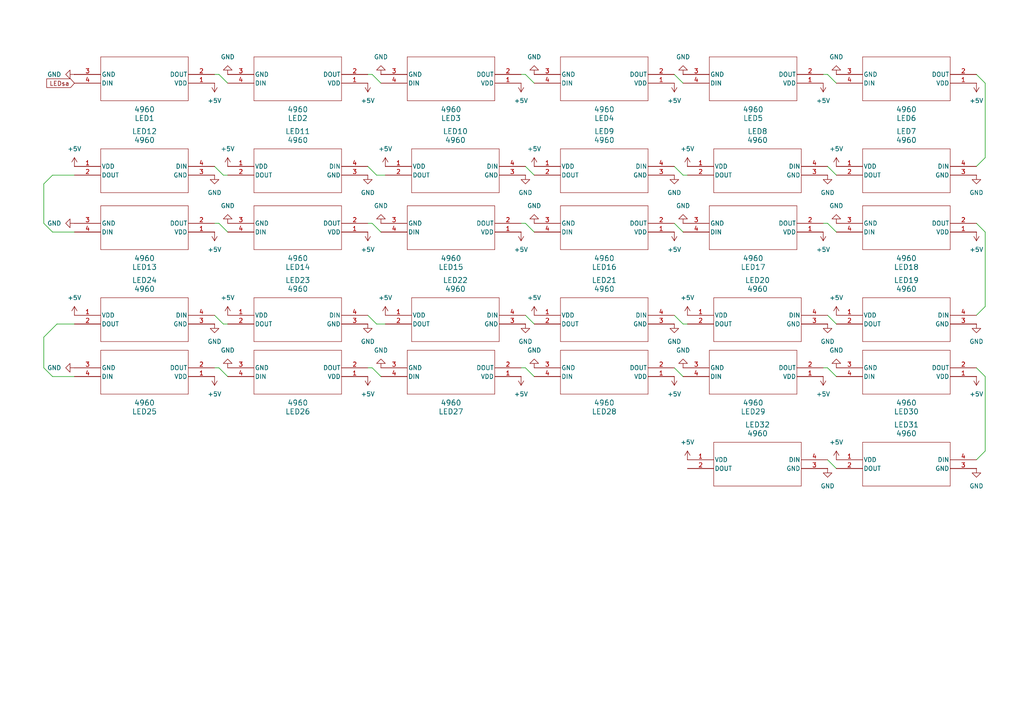
<source format=kicad_sch>
(kicad_sch (version 20250114) (generator "eeschema") (generator_version "9.0")
  (paper "A4")
  (lib_symbols
    (symbol "leds:4960" (pin_names (offset 0.254))
      (property "Reference" "LED" (at 20.32 10.16 0))
      (property "Value" "4960" (at 20.32 7.62 0))
      (symbol "4960_0_1"
        (polyline (pts (xy 7.62 5.08) (xy 7.62 -7.62)) (stroke (width 0.127)))
        (polyline (pts (xy 7.62 -7.62) (xy 33.02 -7.62)) (stroke (width 0.127)))
        (polyline (pts (xy 33.02 5.08) (xy 7.62 5.08)) (stroke (width 0.127)))
        (polyline (pts (xy 33.02 -7.62) (xy 33.02 5.08)) (stroke (width 0.127)))
        (pin power_in line (at 0 0 0) (length 7.62) (name "VDD") (number "1"))
        (pin output line (at 0 -2.54 0) (length 7.62) (name "DOUT") (number "2"))
        (pin input line (at 40.64 0 180) (length 7.62) (name "DIN") (number "4"))
        (pin power_out line (at 40.64 -2.54 180) (length 7.62) (name "GND") (number "3"))
      )
    )
    (symbol "power:+5V" (power) (pin_numbers (hide yes)) (pin_names (offset 0) (hide yes))
      (property "Value" "+5V" (at 0 3.556 0))
      (symbol "+5V_0_1"
        (polyline (pts (xy -0.762 1.27) (xy 0 2.54)))
        (polyline (pts (xy 0 2.54) (xy 0.762 1.27)))
        (polyline (pts (xy 0 0) (xy 0 2.54)))
      )
      (symbol "+5V_1_1"
        (pin power_in line (at 0 0 90) (length 0) (name "~") (number "1"))
      )
    )
    (symbol "power:GND" (power) (pin_numbers (hide yes)) (pin_names (offset 0) (hide yes))
      (property "Value" "GND" (at 0 -3.81 0))
      (symbol "GND_0_1"
        (polyline (pts (xy 0 0) (xy 0 -1.27) (xy 1.27 -1.27) (xy 0 -2.54) (xy -1.27 -1.27) (xy 0 -1.27)))
      )
      (symbol "GND_1_1"
        (pin power_in line (at 0 0 270) (length 0) (name "~") (number "1"))
      )
    )
  )
  (wire (pts (xy 15.24 50.8) (xy 12.7 53.34)))
  (wire (pts (xy 66.04 50.8) (xy 64.77 50.8)))
  (wire (pts (xy 195.58 64.77) (xy 198.12 67.31)))
  (wire (pts (xy 12.7 53.34) (xy 12.7 64.77)))
  (wire (pts (xy 63.5 64.77) (xy 66.04 67.31)))
  (wire (pts (xy 285.75 130.81) (xy 283.21 133.35)))
  (wire (pts (xy 12.7 106.68) (xy 15.24 109.22)))
  (wire (pts (xy 240.03 64.77) (xy 242.57 67.31)))
  (wire (pts (xy 285.75 109.22) (xy 285.75 130.81)))
  (wire (pts (xy 151.13 21.59) (xy 152.4 21.59)))
  (wire (pts (xy 238.76 64.77) (xy 240.03 64.77)))
  (wire (pts (xy 285.75 88.9) (xy 283.21 91.44)))
  (wire (pts (xy 152.4 64.77) (xy 154.94 67.31)))
  (wire (pts (xy 106.68 48.26) (xy 109.22 50.8)))
  (wire (pts (xy 242.57 50.8) (xy 240.03 48.26)))
  (wire (pts (xy 151.13 106.68) (xy 152.4 106.68)))
  (wire (pts (xy 64.77 50.8) (xy 62.23 48.26)))
  (wire (pts (xy 152.4 21.59) (xy 154.94 24.13)))
  (wire (pts (xy 66.04 93.98) (xy 64.77 93.98)))
  (wire (pts (xy 240.03 21.59) (xy 242.57 24.13)))
  (wire (pts (xy 285.75 24.13) (xy 285.75 45.72)))
  (wire (pts (xy 107.95 64.77) (xy 110.49 67.31)))
  (wire (pts (xy 62.23 106.68) (xy 63.5 106.68)))
  (wire (pts (xy 62.23 64.77) (xy 63.5 64.77)))
  (wire (pts (xy 106.68 91.44) (xy 109.22 93.98)))
  (wire (pts (xy 62.23 21.59) (xy 63.5 21.59)))
  (wire (pts (xy 242.57 135.89) (xy 240.03 133.35)))
  (wire (pts (xy 151.13 64.77) (xy 152.4 64.77)))
  (wire (pts (xy 154.94 93.98) (xy 152.4 91.44)))
  (wire (pts (xy 106.68 21.59) (xy 107.95 21.59)))
  (wire (pts (xy 21.59 93.98) (xy 16.51 93.98)))
  (wire (pts (xy 238.76 106.68) (xy 240.03 106.68)))
  (wire (pts (xy 21.59 50.8) (xy 15.24 50.8)))
  (wire (pts (xy 15.24 109.22) (xy 21.59 109.22)))
  (wire (pts (xy 152.4 106.68) (xy 154.94 109.22)))
  (wire (pts (xy 12.7 97.79) (xy 12.7 106.68)))
  (wire (pts (xy 63.5 21.59) (xy 66.04 24.13)))
  (wire (pts (xy 238.76 21.59) (xy 240.03 21.59)))
  (wire (pts (xy 198.12 93.98) (xy 195.58 91.44)))
  (wire (pts (xy 63.5 106.68) (xy 66.04 109.22)))
  (wire (pts (xy 283.21 21.59) (xy 285.75 24.13)))
  (wire (pts (xy 106.68 64.77) (xy 107.95 64.77)))
  (wire (pts (xy 195.58 106.68) (xy 198.12 109.22)))
  (wire (pts (xy 107.95 106.68) (xy 110.49 109.22)))
  (wire (pts (xy 240.03 106.68) (xy 242.57 109.22)))
  (wire (pts (xy 16.51 93.98) (xy 12.7 97.79)))
  (wire (pts (xy 15.24 67.31) (xy 21.59 67.31)))
  (wire (pts (xy 111.76 50.8) (xy 109.22 50.8)))
  (wire (pts (xy 285.75 67.31) (xy 285.75 88.9)))
  (wire (pts (xy 283.21 64.77) (xy 285.75 67.31)))
  (wire (pts (xy 199.39 50.8) (xy 198.12 50.8)))
  (wire (pts (xy 107.95 21.59) (xy 110.49 24.13)))
  (wire (pts (xy 199.39 93.98) (xy 198.12 93.98)))
  (wire (pts (xy 242.57 93.98) (xy 240.03 91.44)))
  (wire (pts (xy 283.21 106.68) (xy 285.75 109.22)))
  (wire (pts (xy 195.58 21.59) (xy 198.12 24.13)))
  (wire (pts (xy 154.94 50.8) (xy 152.4 48.26)))
  (wire (pts (xy 106.68 106.68) (xy 107.95 106.68)))
  (wire (pts (xy 64.77 93.98) (xy 62.23 91.44)))
  (wire (pts (xy 285.75 45.72) (xy 283.21 48.26)))
  (wire (pts (xy 12.7 64.77) (xy 15.24 67.31)))
  (wire (pts (xy 111.76 93.98) (xy 109.22 93.98)))
  (wire (pts (xy 198.12 50.8) (xy 195.58 48.26)))
  (global_label "LEDsa" (shape input) (at 21.59 24.13 180) (property "Intersheetrefs" "${INTERSHEET_REFS}" (effects (hide yes))))
  (symbol (lib_id "power:GND") (at 154.94 106.68 180) (unit 1)
    (property "Reference" "#PWR094" (effects (hide yes)))
    (property "Value" "GND" (at 154.94 101.6 0))
    (property "Description" "Power symbol creates a global label with name \"GND\" , ground" (effects (hide yes)))
  )
  (symbol (lib_id "leds:4960") (at 21.59 91.44 0) (unit 1)
    (property "Reference" "LED24" (at 41.91 81.28 0) (effects (font (size 1.524 1.524))))
    (property "Value" "4960" (at 41.91 83.82 0) (effects (font (size 1.524 1.524))))
    (property "Footprint" "Custom Lib:4960_ADA" (effects (hide yes)))
    (property "Datasheet" "4960" (effects (hide yes)))
  )
  (symbol (lib_id "power:+5V") (at 238.76 24.13 180) (unit 1)
    (property "Reference" "#PWR053" (effects (hide yes)))
    (property "Value" "+5V" (at 238.76 29.21 0))
    (property "Description" "Power symbol creates a global label with name \"+5V\"" (effects (hide yes)))
  )
  (symbol (lib_id "power:GND") (at 21.59 21.59 270) (unit 1)
    (property "Reference" "#PWR043" (effects (hide yes)))
    (property "Value" "GND" (at 17.78 21.5901 90) (effects (justify right)))
    (property "Description" "Power symbol creates a global label with name \"GND\" , ground" (effects (hide yes)))
  )
  (symbol (lib_id "leds:4960") (at 106.68 67.31 180) (unit 1)
    (property "Reference" "LED14" (at 86.36 77.47 0) (effects (font (size 1.524 1.524))))
    (property "Value" "4960" (at 86.36 74.93 0) (effects (font (size 1.524 1.524))))
    (property "Footprint" "Custom Lib:4960_ADA" (effects (hide yes)))
    (property "Datasheet" "4960" (effects (hide yes)))
  )
  (symbol (lib_id "power:+5V") (at 151.13 24.13 180) (unit 1)
    (property "Reference" "#PWR051" (effects (hide yes)))
    (property "Value" "+5V" (at 151.13 29.21 0))
    (property "Description" "Power symbol creates a global label with name \"+5V\"" (effects (hide yes)))
  )
  (symbol (lib_id "power:GND") (at 62.23 93.98 0) (unit 1)
    (property "Reference" "#PWR085" (effects (hide yes)))
    (property "Value" "GND" (at 62.23 99.06 0))
    (property "Description" "Power symbol creates a global label with name \"GND\" , ground" (effects (hide yes)))
  )
  (symbol (lib_id "power:+5V") (at 106.68 67.31 180) (unit 1)
    (property "Reference" "#PWR074" (effects (hide yes)))
    (property "Value" "+5V" (at 106.68 72.39 0))
    (property "Description" "Power symbol creates a global label with name \"+5V\"" (effects (hide yes)))
  )
  (symbol (lib_id "leds:4960") (at 238.76 109.22 180) (unit 1)
    (property "Reference" "LED29" (at 218.44 119.38 0) (effects (font (size 1.524 1.524))))
    (property "Value" "4960" (at 218.44 116.84 0) (effects (font (size 1.524 1.524))))
    (property "Footprint" "Custom Lib:4960_ADA" (effects (hide yes)))
    (property "Datasheet" "4960" (effects (hide yes)))
  )
  (symbol (lib_id "leds:4960") (at 154.94 91.44 0) (unit 1)
    (property "Reference" "LED21" (at 175.26 81.28 0) (effects (font (size 1.524 1.524))))
    (property "Value" "4960" (at 175.26 83.82 0) (effects (font (size 1.524 1.524))))
    (property "Footprint" "Custom Lib:4960_ADA" (effects (hide yes)))
    (property "Datasheet" "4960" (effects (hide yes)))
  )
  (symbol (lib_id "leds:4960") (at 62.23 109.22 180) (unit 1)
    (property "Reference" "LED25" (at 41.91 119.38 0) (effects (font (size 1.524 1.524))))
    (property "Value" "4960" (at 41.91 116.84 0) (effects (font (size 1.524 1.524))))
    (property "Footprint" "Custom Lib:4960_ADA" (effects (hide yes)))
    (property "Datasheet" "4960" (effects (hide yes)))
  )
  (symbol (lib_id "leds:4960") (at 154.94 48.26 0) (unit 1)
    (property "Reference" "LED9" (at 175.26 38.1 0) (effects (font (size 1.524 1.524))))
    (property "Value" "4960" (at 175.26 40.64 0) (effects (font (size 1.524 1.524))))
    (property "Footprint" "Custom Lib:4960_ADA" (effects (hide yes)))
    (property "Datasheet" "4960" (effects (hide yes)))
  )
  (symbol (lib_id "power:GND") (at 240.03 50.8 0) (unit 1)
    (property "Reference" "#PWR065" (effects (hide yes)))
    (property "Value" "GND" (at 240.03 55.88 0))
    (property "Description" "Power symbol creates a global label with name \"GND\" , ground" (effects (hide yes)))
  )
  (symbol (lib_id "power:GND") (at 198.12 64.77 180) (unit 1)
    (property "Reference" "#PWR071" (effects (hide yes)))
    (property "Value" "GND" (at 198.12 59.69 0))
    (property "Description" "Power symbol creates a global label with name \"GND\" , ground" (effects (hide yes)))
  )
  (symbol (lib_id "leds:4960") (at 195.58 109.22 180) (unit 1)
    (property "Reference" "LED28" (at 175.26 119.38 0) (effects (font (size 1.524 1.524))))
    (property "Value" "4960" (at 175.26 116.84 0) (effects (font (size 1.524 1.524))))
    (property "Footprint" "Custom Lib:4960_ADA" (effects (hide yes)))
    (property "Datasheet" "4960" (effects (hide yes)))
  )
  (symbol (lib_id "power:+5V") (at 151.13 67.31 180) (unit 1)
    (property "Reference" "#PWR075" (effects (hide yes)))
    (property "Value" "+5V" (at 151.13 72.39 0))
    (property "Description" "Power symbol creates a global label with name \"+5V\"" (effects (hide yes)))
  )
  (symbol (lib_id "power:GND") (at 283.21 93.98 0) (unit 1)
    (property "Reference" "#PWR090" (effects (hide yes)))
    (property "Value" "GND" (at 283.21 99.06 0))
    (property "Description" "Power symbol creates a global label with name \"GND\" , ground" (effects (hide yes)))
  )
  (symbol (lib_id "leds:4960") (at 199.39 133.35 0) (unit 1)
    (property "Reference" "LED32" (at 219.71 123.19 0) (effects (font (size 1.524 1.524))))
    (property "Value" "4960" (at 219.71 125.73 0) (effects (font (size 1.524 1.524))))
    (property "Footprint" "Custom Lib:4960_ADA" (effects (hide yes)))
    (property "Datasheet" "4960" (effects (hide yes)))
  )
  (symbol (lib_id "power:GND") (at 240.03 135.89 0) (unit 1)
    (property "Reference" "#PWR0105" (effects (hide yes)))
    (property "Value" "GND" (at 240.03 140.97 0))
    (property "Description" "Power symbol creates a global label with name \"GND\" , ground" (effects (hide yes)))
  )
  (symbol (lib_id "leds:4960") (at 66.04 48.26 0) (unit 1)
    (property "Reference" "LED11" (at 86.36 38.1 0) (effects (font (size 1.524 1.524))))
    (property "Value" "4960" (at 86.36 40.64 0) (effects (font (size 1.524 1.524))))
    (property "Footprint" "Custom Lib:4960_ADA" (effects (hide yes)))
    (property "Datasheet" "4960" (effects (hide yes)))
  )
  (symbol (lib_id "power:GND") (at 198.12 106.68 180) (unit 1)
    (property "Reference" "#PWR095" (effects (hide yes)))
    (property "Value" "GND" (at 198.12 101.6 0))
    (property "Description" "Power symbol creates a global label with name \"GND\" , ground" (effects (hide yes)))
  )
  (symbol (lib_id "power:+5V") (at 21.59 48.26 0) (unit 1)
    (property "Reference" "#PWR055" (effects (hide yes)))
    (property "Value" "+5V" (at 21.59 43.18 0))
    (property "Description" "Power symbol creates a global label with name \"+5V\"" (effects (hide yes)))
  )
  (symbol (lib_id "power:+5V") (at 66.04 48.26 0) (unit 1)
    (property "Reference" "#PWR056" (effects (hide yes)))
    (property "Value" "+5V" (at 66.04 43.18 0))
    (property "Description" "Power symbol creates a global label with name \"+5V\"" (effects (hide yes)))
  )
  (symbol (lib_id "power:GND") (at 62.23 50.8 0) (unit 1)
    (property "Reference" "#PWR061" (effects (hide yes)))
    (property "Value" "GND" (at 62.23 55.88 0))
    (property "Description" "Power symbol creates a global label with name \"GND\" , ground" (effects (hide yes)))
  )
  (symbol (lib_id "power:+5V") (at 242.57 133.35 0) (unit 1)
    (property "Reference" "#PWR0104" (effects (hide yes)))
    (property "Value" "+5V" (at 242.57 128.27 0))
    (property "Description" "Power symbol creates a global label with name \"+5V\"" (effects (hide yes)))
  )
  (symbol (lib_id "power:GND") (at 152.4 50.8 0) (unit 1)
    (property "Reference" "#PWR063" (effects (hide yes)))
    (property "Value" "GND" (at 152.4 55.88 0))
    (property "Description" "Power symbol creates a global label with name \"GND\" , ground" (effects (hide yes)))
  )
  (symbol (lib_id "power:+5V") (at 283.21 24.13 180) (unit 1)
    (property "Reference" "#PWR054" (effects (hide yes)))
    (property "Value" "+5V" (at 283.21 29.21 0))
    (property "Description" "Power symbol creates a global label with name \"+5V\"" (effects (hide yes)))
  )
  (symbol (lib_id "leds:4960") (at 242.57 48.26 0) (unit 1)
    (property "Reference" "LED7" (at 262.89 38.1 0) (effects (font (size 1.524 1.524))))
    (property "Value" "4960" (at 262.89 40.64 0) (effects (font (size 1.524 1.524))))
    (property "Footprint" "Custom Lib:4960_ADA" (effects (hide yes)))
    (property "Datasheet" "4960" (effects (hide yes)))
  )
  (symbol (lib_id "power:+5V") (at 199.39 48.26 0) (unit 1)
    (property "Reference" "#PWR059" (effects (hide yes)))
    (property "Value" "+5V" (at 199.39 43.18 0))
    (property "Description" "Power symbol creates a global label with name \"+5V\"" (effects (hide yes)))
  )
  (symbol (lib_id "power:GND") (at 21.59 64.77 270) (unit 1)
    (property "Reference" "#PWR067" (effects (hide yes)))
    (property "Value" "GND" (at 17.78 64.7701 90) (effects (justify right)))
    (property "Description" "Power symbol creates a global label with name \"GND\" , ground" (effects (hide yes)))
  )
  (symbol (lib_id "power:+5V") (at 199.39 133.35 0) (unit 1)
    (property "Reference" "#PWR0103" (effects (hide yes)))
    (property "Value" "+5V" (at 199.39 128.27 0))
    (property "Description" "Power symbol creates a global label with name \"+5V\"" (effects (hide yes)))
  )
  (symbol (lib_id "power:GND") (at 66.04 21.59 180) (unit 1)
    (property "Reference" "#PWR044" (effects (hide yes)))
    (property "Value" "GND" (at 66.04 16.51 0))
    (property "Description" "Power symbol creates a global label with name \"GND\" , ground" (effects (hide yes)))
  )
  (symbol (lib_id "leds:4960") (at 62.23 24.13 180) (unit 1)
    (property "Reference" "LED1" (at 41.91 34.29 0) (effects (font (size 1.524 1.524))))
    (property "Value" "4960" (at 41.91 31.75 0) (effects (font (size 1.524 1.524))))
    (property "Footprint" "Custom Lib:4960_ADA" (effects (hide yes)))
    (property "Datasheet" "4960" (effects (hide yes)))
  )
  (symbol (lib_id "leds:4960") (at 242.57 91.44 0) (unit 1)
    (property "Reference" "LED19" (at 262.89 81.28 0) (effects (font (size 1.524 1.524))))
    (property "Value" "4960" (at 262.89 83.82 0) (effects (font (size 1.524 1.524))))
    (property "Footprint" "Custom Lib:4960_ADA" (effects (hide yes)))
    (property "Datasheet" "4960" (effects (hide yes)))
  )
  (symbol (lib_id "leds:4960") (at 111.76 91.44 0) (unit 1)
    (property "Reference" "LED22" (at 132.08 81.28 0) (effects (font (size 1.524 1.524))))
    (property "Value" "4960" (at 132.08 83.82 0) (effects (font (size 1.524 1.524))))
    (property "Footprint" "Custom Lib:4960_ADA" (effects (hide yes)))
    (property "Datasheet" "4960" (effects (hide yes)))
  )
  (symbol (lib_id "power:GND") (at 198.12 21.59 180) (unit 1)
    (property "Reference" "#PWR047" (effects (hide yes)))
    (property "Value" "GND" (at 198.12 16.51 0))
    (property "Description" "Power symbol creates a global label with name \"GND\" , ground" (effects (hide yes)))
  )
  (symbol (lib_id "leds:4960") (at 106.68 109.22 180) (unit 1)
    (property "Reference" "LED26" (at 86.36 119.38 0) (effects (font (size 1.524 1.524))))
    (property "Value" "4960" (at 86.36 116.84 0) (effects (font (size 1.524 1.524))))
    (property "Footprint" "Custom Lib:4960_ADA" (effects (hide yes)))
    (property "Datasheet" "4960" (effects (hide yes)))
  )
  (symbol (lib_id "power:+5V") (at 106.68 24.13 180) (unit 1)
    (property "Reference" "#PWR050" (effects (hide yes)))
    (property "Value" "+5V" (at 106.68 29.21 0))
    (property "Description" "Power symbol creates a global label with name \"+5V\"" (effects (hide yes)))
  )
  (symbol (lib_id "power:+5V") (at 199.39 91.44 0) (unit 1)
    (property "Reference" "#PWR083" (effects (hide yes)))
    (property "Value" "+5V" (at 199.39 86.36 0))
    (property "Description" "Power symbol creates a global label with name \"+5V\"" (effects (hide yes)))
  )
  (symbol (lib_id "leds:4960") (at 283.21 24.13 180) (unit 1)
    (property "Reference" "LED6" (at 262.89 34.29 0) (effects (font (size 1.524 1.524))))
    (property "Value" "4960" (at 262.89 31.75 0) (effects (font (size 1.524 1.524))))
    (property "Footprint" "Custom Lib:4960_ADA" (effects (hide yes)))
    (property "Datasheet" "4960" (effects (hide yes)))
  )
  (symbol (lib_id "power:GND") (at 110.49 106.68 180) (unit 1)
    (property "Reference" "#PWR093" (effects (hide yes)))
    (property "Value" "GND" (at 110.49 101.6 0))
    (property "Description" "Power symbol creates a global label with name \"GND\" , ground" (effects (hide yes)))
  )
  (symbol (lib_id "power:+5V") (at 195.58 67.31 180) (unit 1)
    (property "Reference" "#PWR076" (effects (hide yes)))
    (property "Value" "+5V" (at 195.58 72.39 0))
    (property "Description" "Power symbol creates a global label with name \"+5V\"" (effects (hide yes)))
  )
  (symbol (lib_id "leds:4960") (at 199.39 91.44 0) (unit 1)
    (property "Reference" "LED20" (at 219.71 81.28 0) (effects (font (size 1.524 1.524))))
    (property "Value" "4960" (at 219.71 83.82 0) (effects (font (size 1.524 1.524))))
    (property "Footprint" "Custom Lib:4960_ADA" (effects (hide yes)))
    (property "Datasheet" "4960" (effects (hide yes)))
  )
  (symbol (lib_id "power:GND") (at 154.94 64.77 180) (unit 1)
    (property "Reference" "#PWR070" (effects (hide yes)))
    (property "Value" "GND" (at 154.94 59.69 0))
    (property "Description" "Power symbol creates a global label with name \"GND\" , ground" (effects (hide yes)))
  )
  (symbol (lib_id "leds:4960") (at 195.58 67.31 180) (unit 1)
    (property "Reference" "LED16" (at 175.26 77.47 0) (effects (font (size 1.524 1.524))))
    (property "Value" "4960" (at 175.26 74.93 0) (effects (font (size 1.524 1.524))))
    (property "Footprint" "Custom Lib:4960_ADA" (effects (hide yes)))
    (property "Datasheet" "4960" (effects (hide yes)))
  )
  (symbol (lib_id "power:+5V") (at 154.94 48.26 0) (unit 1)
    (property "Reference" "#PWR058" (effects (hide yes)))
    (property "Value" "+5V" (at 154.94 43.18 0))
    (property "Description" "Power symbol creates a global label with name \"+5V\"" (effects (hide yes)))
  )
  (symbol (lib_id "leds:4960") (at 283.21 109.22 180) (unit 1)
    (property "Reference" "LED30" (at 262.89 119.38 0) (effects (font (size 1.524 1.524))))
    (property "Value" "4960" (at 262.89 116.84 0) (effects (font (size 1.524 1.524))))
    (property "Footprint" "Custom Lib:4960_ADA" (effects (hide yes)))
    (property "Datasheet" "4960" (effects (hide yes)))
  )
  (symbol (lib_id "leds:4960") (at 62.23 67.31 180) (unit 1)
    (property "Reference" "LED13" (at 41.91 77.47 0) (effects (font (size 1.524 1.524))))
    (property "Value" "4960" (at 41.91 74.93 0) (effects (font (size 1.524 1.524))))
    (property "Footprint" "Custom Lib:4960_ADA" (effects (hide yes)))
    (property "Datasheet" "4960" (effects (hide yes)))
  )
  (symbol (lib_id "leds:4960") (at 151.13 67.31 180) (unit 1)
    (property "Reference" "LED15" (at 130.81 77.47 0) (effects (font (size 1.524 1.524))))
    (property "Value" "4960" (at 130.81 74.93 0) (effects (font (size 1.524 1.524))))
    (property "Footprint" "Custom Lib:4960_ADA" (effects (hide yes)))
    (property "Datasheet" "4960" (effects (hide yes)))
  )
  (symbol (lib_id "power:GND") (at 195.58 50.8 0) (unit 1)
    (property "Reference" "#PWR064" (effects (hide yes)))
    (property "Value" "GND" (at 195.58 55.88 0))
    (property "Description" "Power symbol creates a global label with name \"GND\" , ground" (effects (hide yes)))
  )
  (symbol (lib_id "power:GND") (at 242.57 106.68 180) (unit 1)
    (property "Reference" "#PWR096" (effects (hide yes)))
    (property "Value" "GND" (at 242.57 101.6 0))
    (property "Description" "Power symbol creates a global label with name \"GND\" , ground" (effects (hide yes)))
  )
  (symbol (lib_id "power:+5V") (at 238.76 109.22 180) (unit 1)
    (property "Reference" "#PWR0101" (effects (hide yes)))
    (property "Value" "+5V" (at 238.76 114.3 0))
    (property "Description" "Power symbol creates a global label with name \"+5V\"" (effects (hide yes)))
  )
  (symbol (lib_id "power:GND") (at 242.57 64.77 180) (unit 1)
    (property "Reference" "#PWR072" (effects (hide yes)))
    (property "Value" "GND" (at 242.57 59.69 0))
    (property "Description" "Power symbol creates a global label with name \"GND\" , ground" (effects (hide yes)))
  )
  (symbol (lib_id "power:+5V") (at 283.21 67.31 180) (unit 1)
    (property "Reference" "#PWR078" (effects (hide yes)))
    (property "Value" "+5V" (at 283.21 72.39 0))
    (property "Description" "Power symbol creates a global label with name \"+5V\"" (effects (hide yes)))
  )
  (symbol (lib_id "leds:4960") (at 106.68 24.13 180) (unit 1)
    (property "Reference" "LED2" (at 86.36 34.29 0) (effects (font (size 1.524 1.524))))
    (property "Value" "4960" (at 86.36 31.75 0) (effects (font (size 1.524 1.524))))
    (property "Footprint" "Custom Lib:4960_ADA" (effects (hide yes)))
    (property "Datasheet" "4960" (effects (hide yes)))
  )
  (symbol (lib_id "leds:4960") (at 238.76 67.31 180) (unit 1)
    (property "Reference" "LED17" (at 218.44 77.47 0) (effects (font (size 1.524 1.524))))
    (property "Value" "4960" (at 218.44 74.93 0) (effects (font (size 1.524 1.524))))
    (property "Footprint" "Custom Lib:4960_ADA" (effects (hide yes)))
    (property "Datasheet" "4960" (effects (hide yes)))
  )
  (symbol (lib_id "power:+5V") (at 111.76 91.44 0) (unit 1)
    (property "Reference" "#PWR081" (effects (hide yes)))
    (property "Value" "+5V" (at 111.76 86.36 0))
    (property "Description" "Power symbol creates a global label with name \"+5V\"" (effects (hide yes)))
  )
  (symbol (lib_id "leds:4960") (at 151.13 24.13 180) (unit 1)
    (property "Reference" "LED3" (at 130.81 34.29 0) (effects (font (size 1.524 1.524))))
    (property "Value" "4960" (at 130.81 31.75 0) (effects (font (size 1.524 1.524))))
    (property "Footprint" "Custom Lib:4960_ADA" (effects (hide yes)))
    (property "Datasheet" "4960" (effects (hide yes)))
  )
  (symbol (lib_id "power:GND") (at 154.94 21.59 180) (unit 1)
    (property "Reference" "#PWR046" (effects (hide yes)))
    (property "Value" "GND" (at 154.94 16.51 0))
    (property "Description" "Power symbol creates a global label with name \"GND\" , ground" (effects (hide yes)))
  )
  (symbol (lib_id "leds:4960") (at 111.76 48.26 0) (unit 1)
    (property "Reference" "LED10" (at 132.08 38.1 0) (effects (font (size 1.524 1.524))))
    (property "Value" "4960" (at 132.08 40.64 0) (effects (font (size 1.524 1.524))))
    (property "Footprint" "Custom Lib:4960_ADA" (effects (hide yes)))
    (property "Datasheet" "4960" (effects (hide yes)))
  )
  (symbol (lib_id "power:+5V") (at 238.76 67.31 180) (unit 1)
    (property "Reference" "#PWR077" (effects (hide yes)))
    (property "Value" "+5V" (at 238.76 72.39 0))
    (property "Description" "Power symbol creates a global label with name \"+5V\"" (effects (hide yes)))
  )
  (symbol (lib_id "leds:4960") (at 283.21 67.31 180) (unit 1)
    (property "Reference" "LED18" (at 262.89 77.47 0) (effects (font (size 1.524 1.524))))
    (property "Value" "4960" (at 262.89 74.93 0) (effects (font (size 1.524 1.524))))
    (property "Footprint" "Custom Lib:4960_ADA" (effects (hide yes)))
    (property "Datasheet" "4960" (effects (hide yes)))
  )
  (symbol (lib_id "power:+5V") (at 242.57 48.26 0) (unit 1)
    (property "Reference" "#PWR060" (effects (hide yes)))
    (property "Value" "+5V" (at 242.57 43.18 0))
    (property "Description" "Power symbol creates a global label with name \"+5V\"" (effects (hide yes)))
  )
  (symbol (lib_id "power:+5V") (at 283.21 109.22 180) (unit 1)
    (property "Reference" "#PWR0102" (effects (hide yes)))
    (property "Value" "+5V" (at 283.21 114.3 0))
    (property "Description" "Power symbol creates a global label with name \"+5V\"" (effects (hide yes)))
  )
  (symbol (lib_id "power:+5V") (at 154.94 91.44 0) (unit 1)
    (property "Reference" "#PWR082" (effects (hide yes)))
    (property "Value" "+5V" (at 154.94 86.36 0))
    (property "Description" "Power symbol creates a global label with name \"+5V\"" (effects (hide yes)))
  )
  (symbol (lib_id "power:GND") (at 240.03 93.98 0) (unit 1)
    (property "Reference" "#PWR089" (effects (hide yes)))
    (property "Value" "GND" (at 240.03 99.06 0))
    (property "Description" "Power symbol creates a global label with name \"GND\" , ground" (effects (hide yes)))
  )
  (symbol (lib_id "power:GND") (at 242.57 21.59 180) (unit 1)
    (property "Reference" "#PWR048" (effects (hide yes)))
    (property "Value" "GND" (at 242.57 16.51 0))
    (property "Description" "Power symbol creates a global label with name \"GND\" , ground" (effects (hide yes)))
  )
  (symbol (lib_id "power:GND") (at 152.4 93.98 0) (unit 1)
    (property "Reference" "#PWR087" (effects (hide yes)))
    (property "Value" "GND" (at 152.4 99.06 0))
    (property "Description" "Power symbol creates a global label with name \"GND\" , ground" (effects (hide yes)))
  )
  (symbol (lib_id "leds:4960") (at 21.59 48.26 0) (unit 1)
    (property "Reference" "LED12" (at 41.91 38.1 0) (effects (font (size 1.524 1.524))))
    (property "Value" "4960" (at 41.91 40.64 0) (effects (font (size 1.524 1.524))))
    (property "Footprint" "Custom Lib:4960_ADA" (effects (hide yes)))
    (property "Datasheet" "4960" (effects (hide yes)))
  )
  (symbol (lib_id "power:+5V") (at 195.58 24.13 180) (unit 1)
    (property "Reference" "#PWR052" (effects (hide yes)))
    (property "Value" "+5V" (at 195.58 29.21 0))
    (property "Description" "Power symbol creates a global label with name \"+5V\"" (effects (hide yes)))
  )
  (symbol (lib_id "power:+5V") (at 62.23 109.22 180) (unit 1)
    (property "Reference" "#PWR097" (effects (hide yes)))
    (property "Value" "+5V" (at 62.23 114.3 0))
    (property "Description" "Power symbol creates a global label with name \"+5V\"" (effects (hide yes)))
  )
  (symbol (lib_id "power:GND") (at 66.04 64.77 180) (unit 1)
    (property "Reference" "#PWR068" (effects (hide yes)))
    (property "Value" "GND" (at 66.04 59.69 0))
    (property "Description" "Power symbol creates a global label with name \"GND\" , ground" (effects (hide yes)))
  )
  (symbol (lib_id "power:GND") (at 283.21 50.8 0) (unit 1)
    (property "Reference" "#PWR066" (effects (hide yes)))
    (property "Value" "GND" (at 283.21 55.88 0))
    (property "Description" "Power symbol creates a global label with name \"GND\" , ground" (effects (hide yes)))
  )
  (symbol (lib_id "power:+5V") (at 242.57 91.44 0) (unit 1)
    (property "Reference" "#PWR084" (effects (hide yes)))
    (property "Value" "+5V" (at 242.57 86.36 0))
    (property "Description" "Power symbol creates a global label with name \"+5V\"" (effects (hide yes)))
  )
  (symbol (lib_id "power:GND") (at 195.58 93.98 0) (unit 1)
    (property "Reference" "#PWR088" (effects (hide yes)))
    (property "Value" "GND" (at 195.58 99.06 0))
    (property "Description" "Power symbol creates a global label with name \"GND\" , ground" (effects (hide yes)))
  )
  (symbol (lib_id "leds:4960") (at 199.39 48.26 0) (unit 1)
    (property "Reference" "LED8" (at 219.71 38.1 0) (effects (font (size 1.524 1.524))))
    (property "Value" "4960" (at 219.71 40.64 0) (effects (font (size 1.524 1.524))))
    (property "Footprint" "Custom Lib:4960_ADA" (effects (hide yes)))
    (property "Datasheet" "4960" (effects (hide yes)))
  )
  (symbol (lib_id "power:+5V") (at 195.58 109.22 180) (unit 1)
    (property "Reference" "#PWR0100" (effects (hide yes)))
    (property "Value" "+5V" (at 195.58 114.3 0))
    (property "Description" "Power symbol creates a global label with name \"+5V\"" (effects (hide yes)))
  )
  (symbol (lib_id "power:GND") (at 66.04 106.68 180) (unit 1)
    (property "Reference" "#PWR092" (effects (hide yes)))
    (property "Value" "GND" (at 66.04 101.6 0))
    (property "Description" "Power symbol creates a global label with name \"GND\" , ground" (effects (hide yes)))
  )
  (symbol (lib_id "leds:4960") (at 66.04 91.44 0) (unit 1)
    (property "Reference" "LED23" (at 86.36 81.28 0) (effects (font (size 1.524 1.524))))
    (property "Value" "4960" (at 86.36 83.82 0) (effects (font (size 1.524 1.524))))
    (property "Footprint" "Custom Lib:4960_ADA" (effects (hide yes)))
    (property "Datasheet" "4960" (effects (hide yes)))
  )
  (symbol (lib_id "power:+5V") (at 62.23 67.31 180) (unit 1)
    (property "Reference" "#PWR073" (effects (hide yes)))
    (property "Value" "+5V" (at 62.23 72.39 0))
    (property "Description" "Power symbol creates a global label with name \"+5V\"" (effects (hide yes)))
  )
  (symbol (lib_id "leds:4960") (at 238.76 24.13 180) (unit 1)
    (property "Reference" "LED5" (at 218.44 34.29 0) (effects (font (size 1.524 1.524))))
    (property "Value" "4960" (at 218.44 31.75 0) (effects (font (size 1.524 1.524))))
    (property "Footprint" "Custom Lib:4960_ADA" (effects (hide yes)))
    (property "Datasheet" "4960" (effects (hide yes)))
  )
  (symbol (lib_id "leds:4960") (at 242.57 133.35 0) (unit 1)
    (property "Reference" "LED31" (at 262.89 123.19 0) (effects (font (size 1.524 1.524))))
    (property "Value" "4960" (at 262.89 125.73 0) (effects (font (size 1.524 1.524))))
    (property "Footprint" "Custom Lib:4960_ADA" (effects (hide yes)))
    (property "Datasheet" "4960" (effects (hide yes)))
  )
  (symbol (lib_id "power:+5V") (at 21.59 91.44 0) (unit 1)
    (property "Reference" "#PWR079" (effects (hide yes)))
    (property "Value" "+5V" (at 21.59 86.36 0))
    (property "Description" "Power symbol creates a global label with name \"+5V\"" (effects (hide yes)))
  )
  (symbol (lib_id "power:GND") (at 106.68 50.8 0) (unit 1)
    (property "Reference" "#PWR062" (effects (hide yes)))
    (property "Value" "GND" (at 106.68 55.88 0))
    (property "Description" "Power symbol creates a global label with name \"GND\" , ground" (effects (hide yes)))
  )
  (symbol (lib_id "power:GND") (at 21.59 106.68 270) (unit 1)
    (property "Reference" "#PWR091" (effects (hide yes)))
    (property "Value" "GND" (at 17.78 106.6801 90) (effects (justify right)))
    (property "Description" "Power symbol creates a global label with name \"GND\" , ground" (effects (hide yes)))
  )
  (symbol (lib_id "power:+5V") (at 66.04 91.44 0) (unit 1)
    (property "Reference" "#PWR080" (effects (hide yes)))
    (property "Value" "+5V" (at 66.04 86.36 0))
    (property "Description" "Power symbol creates a global label with name \"+5V\"" (effects (hide yes)))
  )
  (symbol (lib_id "leds:4960") (at 195.58 24.13 180) (unit 1)
    (property "Reference" "LED4" (at 175.26 34.29 0) (effects (font (size 1.524 1.524))))
    (property "Value" "4960" (at 175.26 31.75 0) (effects (font (size 1.524 1.524))))
    (property "Footprint" "Custom Lib:4960_ADA" (effects (hide yes)))
    (property "Datasheet" "4960" (effects (hide yes)))
  )
  (symbol (lib_id "leds:4960") (at 151.13 109.22 180) (unit 1)
    (property "Reference" "LED27" (at 130.81 119.38 0) (effects (font (size 1.524 1.524))))
    (property "Value" "4960" (at 130.81 116.84 0) (effects (font (size 1.524 1.524))))
    (property "Footprint" "Custom Lib:4960_ADA" (effects (hide yes)))
    (property "Datasheet" "4960" (effects (hide yes)))
  )
  (symbol (lib_id "power:+5V") (at 111.76 48.26 0) (unit 1)
    (property "Reference" "#PWR057" (effects (hide yes)))
    (property "Value" "+5V" (at 111.76 43.18 0))
    (property "Description" "Power symbol creates a global label with name \"+5V\"" (effects (hide yes)))
  )
  (symbol (lib_id "power:GND") (at 283.21 135.89 0) (unit 1)
    (property "Reference" "#PWR0106" (effects (hide yes)))
    (property "Value" "GND" (at 283.21 140.97 0))
    (property "Description" "Power symbol creates a global label with name \"GND\" , ground" (effects (hide yes)))
  )
  (symbol (lib_id "power:+5V") (at 151.13 109.22 180) (unit 1)
    (property "Reference" "#PWR099" (effects (hide yes)))
    (property "Value" "+5V" (at 151.13 114.3 0))
    (property "Description" "Power symbol creates a global label with name \"+5V\"" (effects (hide yes)))
  )
  (symbol (lib_id "power:GND") (at 106.68 93.98 0) (unit 1)
    (property "Reference" "#PWR086" (effects (hide yes)))
    (property "Value" "GND" (at 106.68 99.06 0))
    (property "Description" "Power symbol creates a global label with name \"GND\" , ground" (effects (hide yes)))
  )
  (symbol (lib_id "power:GND") (at 110.49 21.59 180) (unit 1)
    (property "Reference" "#PWR045" (effects (hide yes)))
    (property "Value" "GND" (at 110.49 16.51 0))
    (property "Description" "Power symbol creates a global label with name \"GND\" , ground" (effects (hide yes)))
  )
  (symbol (lib_id "power:+5V") (at 106.68 109.22 180) (unit 1)
    (property "Reference" "#PWR098" (effects (hide yes)))
    (property "Value" "+5V" (at 106.68 114.3 0))
    (property "Description" "Power symbol creates a global label with name \"+5V\"" (effects (hide yes)))
  )
  (symbol (lib_id "power:+5V") (at 62.23 24.13 180) (unit 1)
    (property "Reference" "#PWR049" (effects (hide yes)))
    (property "Value" "+5V" (at 62.23 29.21 0))
    (property "Description" "Power symbol creates a global label with name \"+5V\"" (effects (hide yes)))
  )
  (symbol (lib_id "power:GND") (at 110.49 64.77 180) (unit 1)
    (property "Reference" "#PWR069" (effects (hide yes)))
    (property "Value" "GND" (at 110.49 59.69 0))
    (property "Description" "Power symbol creates a global label with name \"GND\" , ground" (effects (hide yes)))
  )
)
</source>
